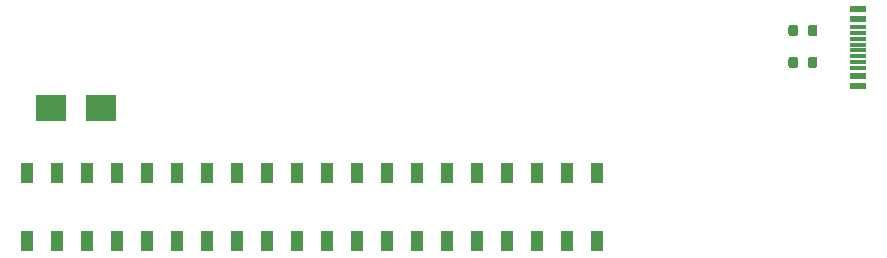
<source format=gtp>
G04 #@! TF.GenerationSoftware,KiCad,Pcbnew,(5.1.5)-3*
G04 #@! TF.CreationDate,2021-11-13T16:12:44+01:00*
G04 #@! TF.ProjectId,rp4b-power-adapter,72703462-2d70-46f7-9765-722d61646170,rev?*
G04 #@! TF.SameCoordinates,PX5f5e100PY6052340*
G04 #@! TF.FileFunction,Paste,Top*
G04 #@! TF.FilePolarity,Positive*
%FSLAX46Y46*%
G04 Gerber Fmt 4.6, Leading zero omitted, Abs format (unit mm)*
G04 Created by KiCad (PCBNEW (5.1.5)-3) date 2021-11-13 16:12:44*
%MOMM*%
%LPD*%
G04 APERTURE LIST*
%ADD10R,1.020000X1.780000*%
%ADD11C,0.100000*%
%ADD12R,2.500000X2.300000*%
%ADD13R,1.450000X0.600000*%
%ADD14R,1.450000X0.300000*%
G04 APERTURE END LIST*
D10*
X49630000Y7410000D03*
X47090000Y7410000D03*
X44550000Y7410000D03*
X42010000Y7410000D03*
X39470000Y7410000D03*
X36930000Y7410000D03*
X34390000Y7410000D03*
X31850000Y7410000D03*
X29310000Y7410000D03*
X26770000Y7410000D03*
X24230000Y7410000D03*
X21690000Y7410000D03*
X19150000Y7410000D03*
X16610000Y7410000D03*
X14070000Y7410000D03*
X11530000Y7410000D03*
X8990000Y7410000D03*
X6450000Y7410000D03*
X3910000Y7410000D03*
X1370000Y7410000D03*
X49630000Y1590000D03*
X47090000Y1590000D03*
X44550000Y1590000D03*
X42010000Y1590000D03*
X39470000Y1590000D03*
X36930000Y1590000D03*
X34390000Y1590000D03*
X31850000Y1590000D03*
X29310000Y1590000D03*
X26770000Y1590000D03*
X24230000Y1590000D03*
X21690000Y1590000D03*
X19150000Y1590000D03*
X16610000Y1590000D03*
X14070000Y1590000D03*
X11530000Y1590000D03*
X8990000Y1590000D03*
X6450000Y1590000D03*
X3910000Y1590000D03*
X1370000Y1590000D03*
D11*
G36*
X66444603Y17224037D02*
G01*
X66464018Y17221157D01*
X66483057Y17216388D01*
X66501537Y17209776D01*
X66519279Y17201384D01*
X66536114Y17191294D01*
X66551879Y17179602D01*
X66566421Y17166421D01*
X66579602Y17151879D01*
X66591294Y17136114D01*
X66601384Y17119279D01*
X66609776Y17101537D01*
X66616388Y17083057D01*
X66621157Y17064018D01*
X66624037Y17044603D01*
X66625000Y17025000D01*
X66625000Y16475000D01*
X66624037Y16455397D01*
X66621157Y16435982D01*
X66616388Y16416943D01*
X66609776Y16398463D01*
X66601384Y16380721D01*
X66591294Y16363886D01*
X66579602Y16348121D01*
X66566421Y16333579D01*
X66551879Y16320398D01*
X66536114Y16308706D01*
X66519279Y16298616D01*
X66501537Y16290224D01*
X66483057Y16283612D01*
X66464018Y16278843D01*
X66444603Y16275963D01*
X66425000Y16275000D01*
X66025000Y16275000D01*
X66005397Y16275963D01*
X65985982Y16278843D01*
X65966943Y16283612D01*
X65948463Y16290224D01*
X65930721Y16298616D01*
X65913886Y16308706D01*
X65898121Y16320398D01*
X65883579Y16333579D01*
X65870398Y16348121D01*
X65858706Y16363886D01*
X65848616Y16380721D01*
X65840224Y16398463D01*
X65833612Y16416943D01*
X65828843Y16435982D01*
X65825963Y16455397D01*
X65825000Y16475000D01*
X65825000Y17025000D01*
X65825963Y17044603D01*
X65828843Y17064018D01*
X65833612Y17083057D01*
X65840224Y17101537D01*
X65848616Y17119279D01*
X65858706Y17136114D01*
X65870398Y17151879D01*
X65883579Y17166421D01*
X65898121Y17179602D01*
X65913886Y17191294D01*
X65930721Y17201384D01*
X65948463Y17209776D01*
X65966943Y17216388D01*
X65985982Y17221157D01*
X66005397Y17224037D01*
X66025000Y17225000D01*
X66425000Y17225000D01*
X66444603Y17224037D01*
G37*
G36*
X68094603Y17224037D02*
G01*
X68114018Y17221157D01*
X68133057Y17216388D01*
X68151537Y17209776D01*
X68169279Y17201384D01*
X68186114Y17191294D01*
X68201879Y17179602D01*
X68216421Y17166421D01*
X68229602Y17151879D01*
X68241294Y17136114D01*
X68251384Y17119279D01*
X68259776Y17101537D01*
X68266388Y17083057D01*
X68271157Y17064018D01*
X68274037Y17044603D01*
X68275000Y17025000D01*
X68275000Y16475000D01*
X68274037Y16455397D01*
X68271157Y16435982D01*
X68266388Y16416943D01*
X68259776Y16398463D01*
X68251384Y16380721D01*
X68241294Y16363886D01*
X68229602Y16348121D01*
X68216421Y16333579D01*
X68201879Y16320398D01*
X68186114Y16308706D01*
X68169279Y16298616D01*
X68151537Y16290224D01*
X68133057Y16283612D01*
X68114018Y16278843D01*
X68094603Y16275963D01*
X68075000Y16275000D01*
X67675000Y16275000D01*
X67655397Y16275963D01*
X67635982Y16278843D01*
X67616943Y16283612D01*
X67598463Y16290224D01*
X67580721Y16298616D01*
X67563886Y16308706D01*
X67548121Y16320398D01*
X67533579Y16333579D01*
X67520398Y16348121D01*
X67508706Y16363886D01*
X67498616Y16380721D01*
X67490224Y16398463D01*
X67483612Y16416943D01*
X67478843Y16435982D01*
X67475963Y16455397D01*
X67475000Y16475000D01*
X67475000Y17025000D01*
X67475963Y17044603D01*
X67478843Y17064018D01*
X67483612Y17083057D01*
X67490224Y17101537D01*
X67498616Y17119279D01*
X67508706Y17136114D01*
X67520398Y17151879D01*
X67533579Y17166421D01*
X67548121Y17179602D01*
X67563886Y17191294D01*
X67580721Y17201384D01*
X67598463Y17209776D01*
X67616943Y17216388D01*
X67635982Y17221157D01*
X67655397Y17224037D01*
X67675000Y17225000D01*
X68075000Y17225000D01*
X68094603Y17224037D01*
G37*
G36*
X66444603Y19924037D02*
G01*
X66464018Y19921157D01*
X66483057Y19916388D01*
X66501537Y19909776D01*
X66519279Y19901384D01*
X66536114Y19891294D01*
X66551879Y19879602D01*
X66566421Y19866421D01*
X66579602Y19851879D01*
X66591294Y19836114D01*
X66601384Y19819279D01*
X66609776Y19801537D01*
X66616388Y19783057D01*
X66621157Y19764018D01*
X66624037Y19744603D01*
X66625000Y19725000D01*
X66625000Y19175000D01*
X66624037Y19155397D01*
X66621157Y19135982D01*
X66616388Y19116943D01*
X66609776Y19098463D01*
X66601384Y19080721D01*
X66591294Y19063886D01*
X66579602Y19048121D01*
X66566421Y19033579D01*
X66551879Y19020398D01*
X66536114Y19008706D01*
X66519279Y18998616D01*
X66501537Y18990224D01*
X66483057Y18983612D01*
X66464018Y18978843D01*
X66444603Y18975963D01*
X66425000Y18975000D01*
X66025000Y18975000D01*
X66005397Y18975963D01*
X65985982Y18978843D01*
X65966943Y18983612D01*
X65948463Y18990224D01*
X65930721Y18998616D01*
X65913886Y19008706D01*
X65898121Y19020398D01*
X65883579Y19033579D01*
X65870398Y19048121D01*
X65858706Y19063886D01*
X65848616Y19080721D01*
X65840224Y19098463D01*
X65833612Y19116943D01*
X65828843Y19135982D01*
X65825963Y19155397D01*
X65825000Y19175000D01*
X65825000Y19725000D01*
X65825963Y19744603D01*
X65828843Y19764018D01*
X65833612Y19783057D01*
X65840224Y19801537D01*
X65848616Y19819279D01*
X65858706Y19836114D01*
X65870398Y19851879D01*
X65883579Y19866421D01*
X65898121Y19879602D01*
X65913886Y19891294D01*
X65930721Y19901384D01*
X65948463Y19909776D01*
X65966943Y19916388D01*
X65985982Y19921157D01*
X66005397Y19924037D01*
X66025000Y19925000D01*
X66425000Y19925000D01*
X66444603Y19924037D01*
G37*
G36*
X68094603Y19924037D02*
G01*
X68114018Y19921157D01*
X68133057Y19916388D01*
X68151537Y19909776D01*
X68169279Y19901384D01*
X68186114Y19891294D01*
X68201879Y19879602D01*
X68216421Y19866421D01*
X68229602Y19851879D01*
X68241294Y19836114D01*
X68251384Y19819279D01*
X68259776Y19801537D01*
X68266388Y19783057D01*
X68271157Y19764018D01*
X68274037Y19744603D01*
X68275000Y19725000D01*
X68275000Y19175000D01*
X68274037Y19155397D01*
X68271157Y19135982D01*
X68266388Y19116943D01*
X68259776Y19098463D01*
X68251384Y19080721D01*
X68241294Y19063886D01*
X68229602Y19048121D01*
X68216421Y19033579D01*
X68201879Y19020398D01*
X68186114Y19008706D01*
X68169279Y18998616D01*
X68151537Y18990224D01*
X68133057Y18983612D01*
X68114018Y18978843D01*
X68094603Y18975963D01*
X68075000Y18975000D01*
X67675000Y18975000D01*
X67655397Y18975963D01*
X67635982Y18978843D01*
X67616943Y18983612D01*
X67598463Y18990224D01*
X67580721Y18998616D01*
X67563886Y19008706D01*
X67548121Y19020398D01*
X67533579Y19033579D01*
X67520398Y19048121D01*
X67508706Y19063886D01*
X67498616Y19080721D01*
X67490224Y19098463D01*
X67483612Y19116943D01*
X67478843Y19135982D01*
X67475963Y19155397D01*
X67475000Y19175000D01*
X67475000Y19725000D01*
X67475963Y19744603D01*
X67478843Y19764018D01*
X67483612Y19783057D01*
X67490224Y19801537D01*
X67498616Y19819279D01*
X67508706Y19836114D01*
X67520398Y19851879D01*
X67533579Y19866421D01*
X67548121Y19879602D01*
X67563886Y19891294D01*
X67580721Y19901384D01*
X67598463Y19909776D01*
X67616943Y19916388D01*
X67635982Y19921157D01*
X67655397Y19924037D01*
X67675000Y19925000D01*
X68075000Y19925000D01*
X68094603Y19924037D01*
G37*
D12*
X7650000Y12900000D03*
X3350000Y12900000D03*
D13*
X71705000Y21250000D03*
X71705000Y20450000D03*
X71705000Y15550000D03*
X71705000Y14750000D03*
X71705000Y14750000D03*
X71705000Y15550000D03*
X71705000Y20450000D03*
X71705000Y21250000D03*
D14*
X71705000Y16250000D03*
X71705000Y16750000D03*
X71705000Y17250000D03*
X71705000Y18250000D03*
X71705000Y18750000D03*
X71705000Y19250000D03*
X71705000Y19750000D03*
X71705000Y17750000D03*
M02*

</source>
